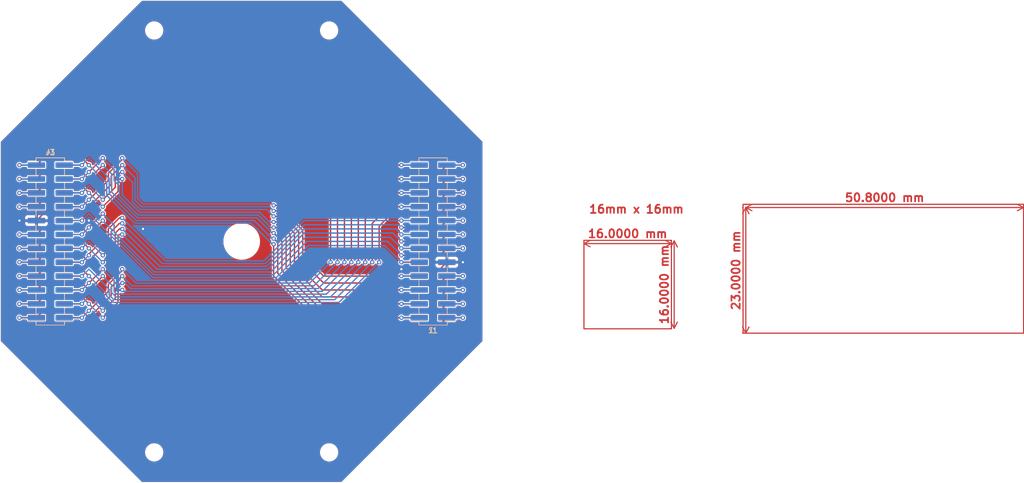
<source format=kicad_pcb>
(kicad_pcb (version 20211014) (generator pcbnew)
  (layers (0 "F.Cu" signal) (31 "B.Cu" signal) (34 "B.Paste" user) (35 "F.Paste" user) (36 "B.SilkS" user "B.Silkscreen") (37 "F.SilkS" user "F.Silkscreen") (38 "B.Mask" user) (39 "F.Mask" user) (44 "Edge.Cuts" user))
  (net 0 "")
  (net 1 "/VBAT")
  (net 2 "/B2B_GPIO_0")
  (net 3 "/9V")
  (net 4 "/B2B_GPIO_1")
  (net 5 "/5V")
  (net 6 "/B2B_GPIO_2")
  (net 7 "/3V3")
  (net 8 "/B2B_GPIO_3")
  (net 9 "/GND")
  (net 10 "/B2B_GPIO_4")
  (net 11 "/B2B_UART_RX")
  (net 12 "/B2B_GPIO_5")
  (net 13 "/B2B_UART_TX")
  (net 14 "/B2B_GPIO_6")
  (net 15 "/B2B_I2C_SDA")
  (net 16 "/B2B_GPIO_7")
  (net 17 "/B2B_I2C_SCL")
  (net 18 "/B2B_GPIO_8")
  (net 19 "/B2B_SPI_SCK")
  (net 20 "/B2B_GPIO_9")
  (net 21 "/B2B_SPI_MISO")
  (net 22 "/B2B_GPIO_10")
  (net 23 "/B2B_SPI_MOSI")
  (net 24 "/B2B_GPIO_11")
  (footprint "Connector_PinHeader_2.54mm:PinHeader_2x12_P2.54mm_Vertical_SMD" (layer "F.Cu") (at 156.9 96.5 180)
    (fp_text reference "J1")
    (fp_text value "Conn_02x12_Odd_Even")
  )
  (footprint "Connector_PinHeader_2.54mm:PinHeader_2x12_P2.54mm_Vertical_SMD" (layer "F.Cu") (at 86.9 96.5)
    (fp_text reference "J3")
    (fp_text value "Conn_02x12_Odd_Even")
  )
  (footprint "Connector_PinHeader_2.54mm:PinHeader_2x12_P2.54mm_Vertical_SMD" (layer "B.Cu") (at 156.9 96.5)
    (fp_text reference "J2")
    (fp_text value "Conn_02x12_Odd_Even")
  )
  (footprint "Connector_PinHeader_2.54mm:PinHeader_2x12_P2.54mm_Vertical_SMD" (layer "B.Cu") (at 86.9 96.5 180)
    (fp_text reference "J4")
    (fp_text value "Conn_02x12_Odd_Even")
  )
  (gr_rect (start 213.6 113.3) (end 264.9 89.7) (layer "F.Cu") (width 0.2) (fill none))
  (gr_rect (start 200.5 96.3) (end 184.5 112.5) (layer "F.Cu") (width 0.2) (fill none))
  (gr_line (start 103.607732 140.661442) (end 140.192268 140.661442) (layer "Edge.Cuts") (width 0.01))
  (gr_line (start 166.061442 78.207732) (end 140.192268 52.338558) (layer "Edge.Cuts") (width 0.01))
  (gr_line (start 140.192268 52.338558) (end 103.607732 52.338558) (layer "Edge.Cuts") (width 0.01))
  (gr_line (start 77.738558 78.207732) (end 77.738558 114.792268) (layer "Edge.Cuts") (width 0.01))
  (gr_line (start 103.607732 52.338558) (end 77.738558 78.207732) (layer "Edge.Cuts") (width 0.01))
  (gr_circle (center 137.896167 57.881836) (end 139.446167 57.881836) (layer "Edge.Cuts") (width 0.01) (fill none))
  (gr_line (start 77.738558 114.792268) (end 103.607732 140.661442) (layer "Edge.Cuts") (width 0.01))
  (gr_circle (center 105.903833 135.118164) (end 107.453833 135.118164) (layer "Edge.Cuts") (width 0.01) (fill none))
  (gr_line (start 140.192268 140.661442) (end 166.061442 114.792268) (layer "Edge.Cuts") (width 0.01))
  (gr_circle (center 105.903833 57.881836) (end 107.453833 57.881836) (layer "Edge.Cuts") (width 0.01) (fill none))
  (gr_circle (center 121.9 96.5) (end 125.125 96.5) (layer "Edge.Cuts") (width 0.01) (fill none))
  (gr_circle (center 137.896167 135.118164) (end 139.446167 135.118164) (layer "Edge.Cuts") (width 0.01) (fill none))
  (gr_line (start 166.061442 114.792268) (end 166.061442 78.207732) (layer "Edge.Cuts") (width 0.01))
  (gr_text "16mm x 16mm" (at 194.1 90.6) (layer "F.Cu") (effects (font (size 1.5 1.5) (thickness 0.3))))
  (dimension (type aligned) (layer "F.Cu") (pts (xy 201 112.4) (xy 201 96.4)) (height 0) (gr_text "16.0000 mm" (at 199.2 104.4 90) (layer "F.Cu") (effects (font (size 1.5 1.5) (thickness 0.3)))) (format (units 3) (units_format 1) (precision 4)) (style (thickness 0.2) (arrow_length 1.27) (text_position_mode 0) (extension_height 0.58642) (extension_offset 0.5) keep_text_aligned))
  (dimension (type aligned) (layer "F.Cu") (pts (xy 184.5 96.9) (xy 200.5 96.9)) (height 0) (gr_text "16.0000 mm" (at 192.5 95.1) (layer "F.Cu") (effects (font (size 1.5 1.5) (thickness 0.3)))) (format (units 3) (units_format 1) (precision 4)) (style (thickness 0.2) (arrow_length 1.27) (text_position_mode 0) (extension_height 0.58642) (extension_offset 0.5) keep_text_aligned))
  (dimension (type aligned) (layer "F.Cu") (pts (xy 214.1 90.3) (xy 264.9 90.3)) (height 0) (gr_text "50.8000 mm" (at 239.5 88.5) (layer "F.Cu") (effects (font (size 1.5 1.5) (thickness 0.3)))) (format (units 3) (units_format 1) (precision 4)) (style (thickness 0.2) (arrow_length 1.27) (text_position_mode 0) (extension_height 0.58642) (extension_offset 0.5) keep_text_aligned))
  (dimension (type aligned) (layer "F.Cu") (pts (xy 214.1 113.3) (xy 214.1 90.3)) (height 0) (gr_text "23.0000 mm" (at 212.3 101.8 90) (layer "F.Cu") (effects (font (size 1.5 1.5) (thickness 0.3)))) (format (units 3) (units_format 1) (precision 4)) (style (thickness 0.2) (arrow_length 1.27) (text_position_mode 0) (extension_height 0.58642) (extension_offset 0.5) keep_text_aligned))
  (segment (start 136.632 111.74) (end 151.11 111.74) (width 0.25) (layer "F.Cu") (net 1))
  (segment (start 81.26 82.53) (end 84.375 82.53) (width 0.25) (layer "F.Cu") (net 1))
  (segment (start 84.375 82.53) (end 85.645 81.26) (width 0.25) (layer "F.Cu") (net 1))
  (segment (start 85.645 81.26) (end 92.69 81.26) (width 0.25) (layer "F.Cu") (net 1))
  (segment (start 127.742 97.008) (end 127.742 102.85) (width 0.25) (layer "F.Cu") (net 1))
  (segment (start 158.155 111.74) (end 151.11 111.74) (width 0.25) (layer "F.Cu") (net 1))
  (segment (start 162.353 110.47) (end 159.238 110.47) (width 0.25) (layer "F.Cu") (net 1))
  (segment (start 159.425 110.47) (end 158.155 111.74) (width 0.25) (layer "F.Cu") (net 1))
  (segment (start 127.742 102.85) (end 136.632 111.74) (width 0.25) (layer "F.Cu") (net 1))
  (segment (start 92.69 81.26) (end 93.96 82.53) (width 0.25) (layer "F.Cu") (net 1))
  (via (at 93.96 82.53) (size 0.8) (drill 0.4) (layers "F.Cu" "B.Cu") (net 1))
  (via (at 127.742 97.008) (size 0.8) (drill 0.4) (layers "F.Cu" "B.Cu") (net 1))
  (via (at 162.353 110.47) (size 0.8) (drill 0.4) (layers "F.Cu" "B.Cu") (net 1))
  (via (at 81.26 82.53) (size 0.8) (drill 0.4) (layers "F.Cu" "B.Cu") (net 1))
  (segment (start 123.632517 93.152517) (end 102.296517 93.152517) (width 0.25) (layer "B.Cu") (net 1))
  (segment (start 102.296517 93.152517) (end 97.224511 88.080511) (width 0.25) (layer "B.Cu") (net 1))
  (segment (start 97.224511 88.080511) (end 97.224511 85.794511) (width 0.25) (layer "B.Cu") (net 1))
  (segment (start 97.224511 85.794511) (end 96.5 85.07) (width 0.25) (layer "B.Cu") (net 1))
  (segment (start 93.96 82.53) (end 96.5 85.07) (width 0.25) (layer "B.Cu") (net 1))
  (segment (start 159.238 110.47) (end 162.353 110.47) (width 0.25) (layer "B.Cu") (net 1))
  (segment (start 84.375 82.53) (end 81.26 82.53) (width 0.25) (layer "B.Cu") (net 1))
  (segment (start 127.742 97.008) (end 127.488 97.008) (width 0.25) (layer "B.Cu") (net 1))
  (segment (start 127.488 97.008) (end 123.632517 93.152517) (width 0.25) (layer "B.Cu") (net 1))
  (segment (start 127.746299 95.987701) (end 128.504 96.745402) (width 0.25) (layer "F.Cu") (net 2))
  (segment (start 154.375 110.47) (end 151.11 110.47) (width 0.25) (layer "F.Cu") (net 2))
  (segment (start 128.504 96.745402) (end 128.504 102.342) (width 0.25) (layer "F.Cu") (net 2))
  (segment (start 128.504 102.342) (end 136.632 110.47) (width 0.25) (layer "F.Cu") (net 2))
  (segment (start 89.425 82.53) (end 92.69 82.53) (width 0.25) (layer "F.Cu") (net 2))
  (segment (start 136.632 110.47) (end 151.11 110.47) (width 0.25) (layer "F.Cu") (net 2))
  (via (at 127.746299 95.987701) (size 0.8) (drill 0.4) (layers "F.Cu" "B.Cu") (net 2))
  (via (at 92.69 82.53) (size 0.8) (drill 0.4) (layers "F.Cu" "B.Cu") (net 2))
  (via (at 151.11 110.47) (size 0.8) (drill 0.4) (layers "F.Cu" "B.Cu") (net 2))
  (segment (start 96.5 83.8) (end 97.674031 84.974031) (width 0.25) (layer "B.Cu") (net 2))
  (segment (start 92.69 82.53) (end 89.425 82.53) (width 0.25) (layer "B.Cu") (net 2))
  (segment (start 97.674031 84.974031) (end 97.674031 87.768031) (width 0.25) (layer "B.Cu") (net 2))
  (segment (start 97.674031 87.768031) (end 102.596 92.69) (width 0.25) (layer "B.Cu") (net 2))
  (segment (start 124.186 92.69) (end 127.483701 95.987701) (width 0.25) (layer "B.Cu") (net 2))
  (segment (start 102.596 92.69) (end 124.186 92.69) (width 0.25) (layer "B.Cu") (net 2))
  (segment (start 127.483701 95.987701) (end 127.746299 95.987701) (width 0.25) (layer "B.Cu") (net 2))
  (segment (start 151.11 110.47) (end 154.375 110.47) (width 0.25) (layer "B.Cu") (net 2))
  (segment (start 93.96 81.26) (end 96.5 83.8) (width 0.25) (layer "B.Cu") (net 2))
  (segment (start 92.69 82.53) (end 93.96 81.26) (width 0.25) (layer "B.Cu") (net 2))
  (segment (start 85.645 83.8) (end 92.69 83.8) (width 0.25) (layer "F.Cu") (net 3))
  (segment (start 151.11 109.2) (end 136.632 109.2) (width 0.25) (layer "F.Cu") (net 3))
  (segment (start 84.375 85.07) (end 85.645 83.8) (width 0.25) (layer "F.Cu") (net 3))
  (segment (start 159.425 107.93) (end 158.155 109.2) (width 0.25) (layer "F.Cu") (net 3))
  (segment (start 129.266 96.482804) (end 127.750598 94.967402) (width 0.25) (layer "F.Cu") (net 3))
  (segment (start 159.238 107.93) (end 162.353 107.93) (width 0.25) (layer "F.Cu") (net 3))
  (segment (start 84.375 85.07) (end 81.26 85.07) (width 0.25) (layer "F.Cu") (net 3))
  (segment (start 129.266 101.834) (end 129.266 96.482804) (width 0.25) (layer "F.Cu") (net 3))
  (segment (start 158.155 109.2) (end 151.11 109.2) (width 0.25) (layer "F.Cu") (net 3))
  (segment (start 92.69 83.8) (end 93.96 85.07) (width 0.25) (layer "F.Cu") (net 3))
  (segment (start 136.632 109.2) (end 129.266 101.834) (width 0.25) (layer "F.Cu") (net 3))
  (segment (start 93.96 85.07) (end 96.5 82.53) (width 0.25) (layer "F.Cu") (net 3))
  (via (at 127.750598 94.967402) (size 0.8) (drill 0.4) (layers "F.Cu" "B.Cu") (net 3))
  (via (at 96.5 82.53) (size 0.8) (drill 0.4) (layers "F.Cu" "B.Cu") (net 3))
  (via (at 81.26 85.07) (size 0.8) (drill 0.4) (layers "F.Cu" "B.Cu") (net 3))
  (via (at 162.353 107.93) (size 0.8) (drill 0.4) (layers "F.Cu" "B.Cu") (net 3))
  (segment (start 81.26 85.07) (end 84.375 85.07) (width 0.25) (layer "B.Cu") (net 3))
  (segment (start 96.5 82.53) (end 98.123551 84.153551) (width 0.25) (layer "B.Cu") (net 3))
  (segment (start 162.353 107.93) (end 159.238 107.93) (width 0.25) (layer "B.Cu") (net 3))
  (segment (start 102.847128 92.182) (end 124.694 92.182) (width 0.25) (layer "B.Cu") (net 3))
  (segment (start 98.123551 84.153551) (end 98.123551 87.458423) (width 0.25) (layer "B.Cu") (net 3))
  (segment (start 98.123551 87.458423) (end 102.847128 92.182) (width 0.25) (layer "B.Cu") (net 3))
  (segment (start 127.479402 94.967402) (end 127.750598 94.967402) (width 0.25) (layer "B.Cu") (net 3))
  (segment (start 124.694 92.182) (end 127.479402 94.967402) (width 0.25) (layer "B.Cu") (net 3))
  (segment (start 151.11 107.93) (end 154.375 107.93) (width 0.25) (layer "F.Cu") (net 4))
  (segment (start 130.028 101.326) (end 136.632 107.93) (width 0.25) (layer "F.Cu") (net 4))
  (segment (start 93.96 83.8) (end 96.5 81.26) (width 0.25) (layer "F.Cu") (net 4))
  (segment (start 136.632 107.93) (end 151.11 107.93) (width 0.25) (layer "F.Cu") (net 4))
  (segment (start 92.69 85.07) (end 89.425 85.07) (width 0.25) (layer "F.Cu") (net 4))
  (segment (start 128.245701 93.955701) (end 130.028 95.738) (width 0.25) (layer "F.Cu") (net 4))
  (segment (start 130.028 95.738) (end 130.028 101.326) (width 0.25) (layer "F.Cu") (net 4))
  (segment (start 127.746299 93.955701) (end 128.245701 93.955701) (width 0.25) (layer "F.Cu") (net 4))
  (via (at 151.11 107.93) (size 0.8) (drill 0.4) (layers "F.Cu" "B.Cu") (net 4))
  (via (at 127.746299 93.955701) (size 0.8) (drill 0.4) (layers "F.Cu" "B.Cu") (net 4))
  (via (at 96.5 81.26) (size 0.8) (drill 0.4) (layers "F.Cu" "B.Cu") (net 4))
  (via (at 93.96 83.8) (size 0.8) (drill 0.4) (layers "F.Cu" "B.Cu") (net 4))
  (via (at 92.69 85.07) (size 0.8) (drill 0.4) (layers "F.Cu" "B.Cu") (net 4))
  (segment (start 102.974846 91.674) (end 99.548 88.247154) (width 0.25) (layer "B.Cu") (net 4))
  (segment (start 99.548 86.34) (end 98.573071 85.365071) (width 0.25) (layer "B.Cu") (net 4))
  (segment (start 89.425 85.07) (end 92.69 85.07) (width 0.25) (layer "B.Cu") (net 4))
  (segment (start 127.229701 93.955701) (end 124.948 91.674) (width 0.25) (layer "B.Cu") (net 4))
  (segment (start 154.375 107.93) (end 151.11 107.93) (width 0.25) (layer "B.Cu") (net 4))
  (segment (start 99.548 88.247154) (end 99.548 86.34) (width 0.25) (layer "B.Cu") (net 4))
  (segment (start 92.69 85.07) (end 93.96 83.8) (width 0.25) (layer "B.Cu") (net 4))
  (segment (start 98.573071 83.333071) (end 96.5 81.26) (width 0.25) (layer "B.Cu") (net 4))
  (segment (start 127.746299 93.955701) (end 127.229701 93.955701) (width 0.25) (layer "B.Cu") (net 4))
  (segment (start 98.573071 85.365071) (end 98.573071 83.333071) (width 0.25) (layer "B.Cu") (net 4))
  (segment (start 124.948 91.674) (end 102.974846 91.674) (width 0.25) (layer "B.Cu") (net 4))
  (segment (start 130.79 100.818) (end 130.79 95.23) (width 0.25) (layer "F.Cu") (net 5))
  (segment (start 162.353 105.39) (end 159.238 105.39) (width 0.25) (layer "F.Cu") (net 5))
  (segment (start 158.155 106.66) (end 151.11 106.66) (width 0.25) (layer "F.Cu") (net 5))
  (segment (start 159.425 105.39) (end 158.155 106.66) (width 0.25) (layer "F.Cu") (net 5))
  (segment (start 99.294 87.356) (end 99.294 85.324) (width 0.25) (layer "F.Cu") (net 5))
  (segment (start 92.69 86.34) (end 93.96 87.61) (width 0.25) (layer "F.Cu") (net 5))
  (segment (start 128.504 92.944) (end 127.742 92.944) (width 0.25) (layer "F.Cu") (net 5))
  (segment (start 136.632 106.66) (end 130.79 100.818) (width 0.25) (layer "F.Cu") (net 5))
  (segment (start 96.5 90.15) (end 99.294 87.356) (width 0.25) (layer "F.Cu") (net 5))
  (segment (start 151.11 106.66) (end 136.632 106.66) (width 0.25) (layer "F.Cu") (net 5))
  (segment (start 130.79 95.23) (end 128.504 92.944) (width 0.25) (layer "F.Cu") (net 5))
  (segment (start 84.375 87.61) (end 85.645 86.34) (width 0.25) (layer "F.Cu") (net 5))
  (segment (start 99.548 85.07) (end 100.056 85.07) (width 0.25) (layer "F.Cu") (net 5))
  (segment (start 85.645 86.34) (end 92.69 86.34) (width 0.25) (layer "F.Cu") (net 5))
  (segment (start 81.26 87.61) (end 84.375 87.61) (width 0.25) (layer "F.Cu") (net 5))
  (segment (start 99.294 85.324) (end 99.548 85.07) (width 0.25) (layer "F.Cu") (net 5))
  (via (at 127.742 92.944) (size 0.8) (drill 0.4) (layers "F.Cu" "B.Cu") (net 5))
  (via (at 100.056 85.07) (size 0.8) (drill 0.4) (layers "F.Cu" "B.Cu") (net 5))
  (via (at 93.96 87.61) (size 0.8) (drill 0.4) (layers "F.Cu" "B.Cu") (net 5))
  (via (at 162.353 105.39) (size 0.8) (drill 0.4) (layers "F.Cu" "B.Cu") (net 5))
  (via (at 81.26 87.61) (size 0.8) (drill 0.4) (layers "F.Cu" "B.Cu") (net 5))
  (via (at 96.5 90.15) (size 0.8) (drill 0.4) (layers "F.Cu" "B.Cu") (net 5))
  (segment (start 126.98 92.944) (end 127.742 92.944) (width 0.25) (layer "B.Cu") (net 5))
  (segment (start 125.202 91.166) (end 126.98 92.944) (width 0.25) (layer "B.Cu") (net 5))
  (segment (start 100.056 85.07) (end 100.056 87.991717) (width 0.25) (layer "B.Cu") (net 5))
  (segment (start 93.96 87.61) (end 96.5 90.15) (width 0.25) (layer "B.Cu") (net 5))
  (segment (start 84.375 87.61) (end 81.26 87.61) (width 0.25) (layer "B.Cu") (net 5))
  (segment (start 159.238 105.39) (end 162.353 105.39) (width 0.25) (layer "B.Cu") (net 5))
  (segment (start 100.056 87.991717) (end 103.230283 91.166) (width 0.25) (layer "B.Cu") (net 5))
  (segment (start 103.230283 91.166) (end 125.202 91.166) (width 0.25) (layer "B.Cu") (net 5))
  (segment (start 89.425 87.61) (end 92.69 87.61) (width 0.25) (layer "F.Cu") (net 6))
  (segment (start 99.802 83.8) (end 100.064598 83.8) (width 0.25) (layer "F.Cu") (net 6))
  (segment (start 96.5 88.88) (end 98.786 86.594) (width 0.25) (layer "F.Cu") (net 6))
  (segment (start 128.487439 91.911439) (end 131.552 94.976) (width 0.25) (layer "F.Cu") (net 6))
  (segment (start 127.739321 91.911439) (end 128.487439 91.911439) (width 0.25) (layer "F.Cu") (net 6))
  (segment (start 98.786 86.594) (end 98.786 84.816) (width 0.25) (layer "F.Cu") (net 6))
  (segment (start 136.632 105.39) (end 151.11 105.39) (width 0.25) (layer "F.Cu") (net 6))
  (segment (start 131.552 94.976) (end 131.552 100.31) (width 0.25) (layer "F.Cu") (net 6))
  (segment (start 131.552 100.31) (end 136.632 105.39) (width 0.25) (layer "F.Cu") (net 6))
  (segment (start 98.786 84.816) (end 99.802 83.8) (width 0.25) (layer "F.Cu") (net 6))
  (segment (start 154.375 105.39) (end 151.11 105.39) (width 0.25) (layer "F.Cu") (net 6))
  (via (at 100.064598 83.8) (size 0.8) (drill 0.4) (layers "F.Cu" "B.Cu") (net 6))
  (via (at 92.69 87.61) (size 0.8) (drill 0.4) (layers "F.Cu" "B.Cu") (net 6))
  (via (at 127.739321 91.911439) (size 0.8) (drill 0.4) (layers "F.Cu" "B.Cu") (net 6))
  (via (at 96.5 88.88) (size 0.8) (drill 0.4) (layers "F.Cu" "B.Cu") (net 6))
  (via (at 151.11 105.39) (size 0.8) (drill 0.4) (layers "F.Cu" "B.Cu") (net 6))
  (segment (start 101.95096 85.686362) (end 100.064598 83.8) (width 0.25) (layer "B.Cu") (net 6))
  (segment (start 93.96 86.34) (end 96.5 88.88) (width 0.25) (layer "B.Cu") (net 6))
  (segment (start 101.95096 89.25096) (end 101.95096 85.686362) (width 0.25) (layer "B.Cu") (net 6))
  (segment (start 127.739321 91.911439) (end 127.464393 91.636511) (width 0.25) (layer "B.Cu") (net 6))
  (segment (start 126.485882 90.658) (end 103.358 90.658) (width 0.25) (layer "B.Cu") (net 6))
  (segment (start 127.026087 91.212103) (end 127.026087 91.198205) (width 0.25) (layer "B.Cu") (net 6))
  (segment (start 127.464393 91.636511) (end 127.450495 91.636511) (width 0.25) (layer "B.Cu") (net 6))
  (segment (start 127.450495 91.636511) (end 127.026087 91.212103) (width 0.25) (layer "B.Cu") (net 6))
  (segment (start 92.69 87.61) (end 93.96 86.34) (width 0.25) (layer "B.Cu") (net 6))
  (segment (start 103.358 90.658) (end 101.95096 89.25096) (width 0.25) (layer "B.Cu") (net 6))
  (segment (start 92.69 87.61) (end 89.425 87.61) (width 0.25) (layer "B.Cu") (net 6))
  (segment (start 151.11 105.39) (end 154.375 105.39) (width 0.25) (layer "B.Cu") (net 6))
  (segment (start 127.026087 91.198205) (end 126.485882 90.658) (width 0.25) (layer "B.Cu") (net 6))
  (segment (start 159.238 102.85) (end 162.353 102.85) (width 0.25) (layer "F.Cu") (net 7))
  (segment (start 128.504 90.912) (end 127.750598 90.912) (width 0.25) (layer "F.Cu") (net 7))
  (segment (start 158.155 104.12) (end 151.11 104.12) (width 0.25) (layer "F.Cu") (net 7))
  (segment (start 151.11 104.12) (end 136.886 104.12) (width 0.25) (layer "F.Cu") (net 7))
  (segment (start 98.024 84.562) (end 100.051701 82.534299) (width 0.25) (layer "F.Cu") (net 7))
  (segment (start 84.375 90.15) (end 85.645 88.88) (width 0.25) (layer "F.Cu") (net 7))
  (segment (start 84.375 90.15) (end 81.26 90.15) (width 0.25) (layer "F.Cu") (net 7))
  (segment (start 93.96 90.15) (end 96.5 87.61) (width 0.25) (layer "F.Cu") (net 7))
  (segment (start 96.5 87.61) (end 98.024 86.086) (width 0.25) (layer "F.Cu") (net 7))
  (segment (start 132.314 99.548) (end 132.314 94.722) (width 0.25) (layer "F.Cu") (net 7))
  (segment (start 92.69 88.88) (end 93.96 90.15) (width 0.25) (layer "F.Cu") (net 7))
  (segment (start 98.024 86.086) (end 98.024 84.562) (width 0.25) (layer "F.Cu") (net 7))
  (segment (start 136.886 104.12) (end 132.314 99.548) (width 0.25) (layer "F.Cu") (net 7))
  (segment (start 159.425 102.85) (end 158.155 104.12) (width 0.25) (layer "F.Cu") (net 7))
  (segment (start 100.051701 82.534299) (end 100.060299 82.534299) (width 0.25) (layer "F.Cu") (net 7))
  (segment (start 85.645 88.88) (end 92.69 88.88) (width 0.25) (layer "F.Cu") (net 7))
  (segment (start 132.314 94.722) (end 128.504 90.912) (width 0.25) (layer "F.Cu") (net 7))
  (via (at 100.060299 82.534299) (size 0.8) (drill 0.4) (layers "F.Cu" "B.Cu") (net 7))
  (via (at 162.353 102.85) (size 0.8) (drill 0.4) (layers "F.Cu" "B.Cu") (net 7))
  (via (at 127.750598 90.912) (size 0.8) (drill 0.4) (layers "F.Cu" "B.Cu") (net 7))
  (via (at 81.26 90.15) (size 0.8) (drill 0.4) (layers "F.Cu" "B.Cu") (net 7))
  (segment (start 162.353 102.85) (end 159.238 102.85) (width 0.25) (layer "B.Cu") (net 7))
  (segment (start 102.40048 88.93848) (end 102.40048 84.87448) (width 0.25) (layer "B.Cu") (net 7))
  (segment (start 103.612 90.15) (end 102.40048 88.93848) (width 0.25) (layer "B.Cu") (net 7))
  (segment (start 127.746283 90.912) (end 126.984283 90.15) (width 0.25) (layer "B.Cu") (net 7))
  (segment (start 126.984283 90.15) (end 103.612 90.15) (width 0.25) (layer "B.Cu") (net 7))
  (segment (start 81.26 90.15) (end 84.375 90.15) (width 0.25) (layer "B.Cu") (net 7))
  (segment (start 127.750598 90.912) (end 127.746283 90.912) (width 0.25) (layer "B.Cu") (net 7))
  (segment (start 102.40048 84.87448) (end 100.060299 82.534299) (width 0.25) (layer "B.Cu") (net 7))
  (segment (start 97.516 84.054) (end 100.056 81.514) (width 0.25) (layer "F.Cu") (net 8))
  (segment (start 92.69 90.15) (end 89.425 90.15) (width 0.25) (layer "F.Cu") (net 8))
  (segment (start 133.076 94.468) (end 133.076 99.04) (width 0.25) (layer "F.Cu") (net 8))
  (segment (start 96.5 86.34) (end 97.516 85.324) (width 0.25) (layer "F.Cu") (net 8))
  (segment (start 127.754897 89.896) (end 128.504 89.896) (width 0.25) (layer "F.Cu") (net 8))
  (segment (start 128.504 89.896) (end 133.076 94.468) (width 0.25) (layer "F.Cu") (net 8))
  (segment (start 100.056 81.514) (end 100.056 81.26) (width 0.25) (layer "F.Cu") (net 8))
  (segment (start 97.516 85.324) (end 97.516 84.054) (width 0.25) (layer "F.Cu") (net 8))
  (segment (start 133.076 99.04) (end 136.886 102.85) (width 0.25) (layer "F.Cu") (net 8))
  (segment (start 151.11 102.85) (end 154.375 102.85) (width 0.25) (layer "F.Cu") (net 8))
  (segment (start 93.96 88.88) (end 96.5 86.34) (width 0.25) (layer "F.Cu") (net 8))
  (segment (start 136.886 102.85) (end 151.11 102.85) (width 0.25) (layer "F.Cu") (net 8))
  (via (at 93.96 88.88) (size 0.8) (drill 0.4) (layers "F.Cu" "B.Cu") (net 8))
  (via (at 92.69 90.15) (size 0.8) (drill 0.4) (layers "F.Cu" "B.Cu") (net 8))
  (via (at 127.754897 89.896) (size 0.8) (drill 0.4) (layers "F.Cu" "B.Cu") (net 8))
  (via (at 151.11 102.85) (size 0.8) (drill 0.4) (layers "F.Cu" "B.Cu") (net 8))
  (via (at 100.056 81.26) (size 0.8) (drill 0.4) (layers "F.Cu" "B.Cu") (net 8))
  (segment (start 92.69 90.15) (end 93.96 88.88) (width 0.25) (layer "B.Cu") (net 8))
  (segment (start 154.375 102.85) (end 151.11 102.85) (width 0.25) (layer "B.Cu") (net 8))
  (segment (start 103.866 89.642) (end 102.85 88.626) (width 0.25) (layer "B.Cu") (net 8))
  (segment (start 127.754897 89.896) (end 127.500897 89.642) (width 0.25) (layer "B.Cu") (net 8))
  (segment (start 89.425 90.15) (end 92.69 90.15) (width 0.25) (layer "B.Cu") (net 8))
  (segment (start 102.85 84.054) (end 100.056 81.26) (width 0.25) (layer "B.Cu") (net 8))
  (segment (start 127.500897 89.642) (end 103.866 89.642) (width 0.25) (layer "B.Cu") (net 8))
  (segment (start 102.85 88.626) (end 102.85 84.054) (width 0.25) (layer "B.Cu") (net 8))
  (segment (start 159.425 100.31) (end 158.155 101.58) (width 0.25) (layer "F.Cu") (net 9))
  (segment (start 162.353 100.31) (end 159.238 100.31) (width 0.25) (layer "F.Cu") (net 9))
  (segment (start 84.375 92.69) (end 85.645 91.42) (width 0.25) (layer "F.Cu") (net 9))
  (segment (start 85.645 91.42) (end 92.69 91.42) (width 0.25) (layer "F.Cu") (net 9))
  (segment (start 158.155 101.58) (end 151.11 101.58) (width 0.25) (layer "F.Cu") (net 9))
  (segment (start 81.26 92.69) (end 84.375 92.69) (width 0.25) (layer "F.Cu") (net 9))
  (segment (start 92.69 91.42) (end 93.96 92.69) (width 0.25) (layer "F.Cu") (net 9))
  (via (at 103.866 94.214) (size 0.8) (drill 0.4) (layers "F.Cu" "B.Cu") (net 9))
  (via (at 93.96 92.69) (size 0.8) (drill 0.4) (layers "F.Cu" "B.Cu") (net 9))
  (via (at 81.26 92.69) (size 0.8) (drill 0.4) (layers "F.Cu" "B.Cu") (net 9))
  (via (at 162.353 100.31) (size 0.8) (drill 0.4) (layers "F.Cu" "B.Cu") (net 9))
  (via (at 151.11 101.58) (size 0.8) (drill 0.4) (layers "F.Cu" "B.Cu") (net 9))
  (segment (start 129.012 103.612) (end 134.6 98.024) (width 0.25) (layer "B.Cu") (net 9))
  (segment (start 96.5 95.23) (end 97.224511 95.954511) (width 0.25) (layer "B.Cu") (net 9))
  (segment (start 147.554 98.024) (end 151.11 101.58) (width 0.25) (layer "B.Cu") (net 9))
  (segment (start 134.6 98.024) (end 147.554 98.024) (width 0.25) (layer "B.Cu") (net 9))
  (segment (start 93.96 92.69) (end 96.5 95.23) (width 0.25) (layer "B.Cu") (net 9))
  (segment (start 105.39 103.612) (end 129.012 103.612) (width 0.25) (layer "B.Cu") (net 9))
  (segment (start 159.238 100.31) (end 162.353 100.31) (width 0.25) (layer "B.Cu") (net 9))
  (segment (start 84.375 92.69) (end 81.26 92.69) (width 0.25) (layer "B.Cu") (net 9))
  (segment (start 97.224511 95.954511) (end 97.732511 95.954511) (width 0.25) (layer "B.Cu") (net 9))
  (segment (start 97.732511 95.954511) (end 105.39 103.612) (width 0.25) (layer "B.Cu") (net 9))
  (segment (start 154.375 100.31) (end 151.11 100.31) (width 0.25) (layer "F.Cu") (net 10))
  (segment (start 89.425 92.69) (end 92.69 92.69) (width 0.25) (layer "F.Cu") (net 10))
  (via (at 151.11 100.31) (size 0.8) (drill 0.4) (layers "F.Cu" "B.Cu") (net 10))
  (via (at 92.69 92.69) (size 0.8) (drill 0.4) (layers "F.Cu" "B.Cu") (net 10))
  (segment (start 151.11 100.31) (end 154.375 100.31) (width 0.25) (layer "B.Cu") (net 10))
  (segment (start 97.674031 95.14408) (end 105.633951 103.104) (width 0.25) (layer "B.Cu") (net 10))
  (segment (start 128.25 103.104) (end 134.092 97.262) (width 0.25) (layer "B.Cu") (net 10))
  (segment (start 92.69 92.69) (end 93.96 91.42) (width 0.25) (layer "B.Cu") (net 10))
  (segment (start 92.69 92.69) (end 89.425 92.69) (width 0.25) (layer "B.Cu") (net 10))
  (segment (start 134.092 97.262) (end 148.062 97.262) (width 0.25) (layer "B.Cu") (net 10))
  (segment (start 93.96 91.42) (end 96.5 93.96) (width 0.25) (layer "B.Cu") (net 10))
  (segment (start 105.633951 103.104) (end 128.25 103.104) (width 0.25) (layer "B.Cu") (net 10))
  (segment (start 96.5 93.96) (end 97.674031 95.134031) (width 0.25) (layer "B.Cu") (net 10))
  (segment (start 97.674031 95.134031) (end 97.674031 95.14408) (width 0.25) (layer "B.Cu") (net 10))
  (segment (start 148.062 97.262) (end 151.11 100.31) (width 0.25) (layer "B.Cu") (net 10))
  (segment (start 93.96 95.23) (end 96.5 92.69) (width 0.25) (layer "F.Cu") (net 11))
  (segment (start 92.69 93.96) (end 93.96 95.23) (width 0.25) (layer "F.Cu") (net 11))
  (segment (start 159.238 97.77) (end 162.353 97.77) (width 0.25) (layer "F.Cu") (net 11))
  (segment (start 84.375 95.23) (end 81.26 95.23) (width 0.25) (layer "F.Cu") (net 11))
  (segment (start 159.425 97.77) (end 158.155 99.04) (width 0.25) (layer "F.Cu") (net 11))
  (segment (start 84.375 95.23) (end 85.645 93.96) (width 0.25) (layer "F.Cu") (net 11))
  (segment (start 85.645 93.96) (end 92.69 93.96) (width 0.25) (layer "F.Cu") (net 11))
  (segment (start 158.155 99.04) (end 151.11 99.04) (width 0.25) (layer "F.Cu") (net 11))
  (via (at 162.353 97.77) (size 0.8) (drill 0.4) (layers "F.Cu" "B.Cu") (net 11))
  (via (at 151.11 99.04) (size 0.8) (drill 0.4) (layers "F.Cu" "B.Cu") (net 11))
  (via (at 96.5 92.69) (size 0.8) (drill 0.4) (layers "F.Cu" "B.Cu") (net 11))
  (via (at 81.26 95.23) (size 0.8) (drill 0.4) (layers "F.Cu" "B.Cu") (net 11))
  (segment (start 133.838 96.5) (end 148.57 96.5) (width 0.25) (layer "B.Cu") (net 11))
  (segment (start 105.761669 102.596) (end 127.742 102.596) (width 0.25) (layer "B.Cu") (net 11))
  (segment (start 98.123551 94.957882) (end 105.761669 102.596) (width 0.25) (layer "B.Cu") (net 11))
  (segment (start 148.57 96.5) (end 151.11 99.04) (width 0.25) (layer "B.Cu") (net 11))
  (segment (start 81.26 95.23) (end 84.375 95.23) (width 0.25) (layer "B.Cu") (net 11))
  (segment (start 98.123551 94.313551) (end 98.123551 94.957882) (width 0.25) (layer "B.Cu") (net 11))
  (segment (start 162.353 97.77) (end 159.238 97.77) (width 0.25) (layer "B.Cu") (net 11))
  (segment (start 96.5 92.69) (end 98.123551 94.313551) (width 0.25) (layer "B.Cu") (net 11))
  (segment (start 127.742 102.596) (end 133.838 96.5) (width 0.25) (layer "B.Cu") (net 11))
  (segment (start 151.11 97.77) (end 154.375 97.77) (width 0.25) (layer "F.Cu") (net 12))
  (segment (start 92.69 95.23) (end 89.425 95.23) (width 0.25) (layer "F.Cu") (net 12))
  (segment (start 93.96 93.96) (end 96.5 91.42) (width 0.25) (layer "F.Cu") (net 12))
  (via (at 96.5 91.42) (size 0.8) (drill 0.4) (layers "F.Cu" "B.Cu") (net 12))
  (via (at 92.69 95.23) (size 0.8) (drill 0.4) (layers "F.Cu" "B.Cu") (net 12))
  (via (at 151.11 97.77) (size 0.8) (drill 0.4) (layers "F.Cu" "B.Cu") (net 12))
  (via (at 93.96 93.96) (size 0.8) (drill 0.4) (layers "F.Cu" "B.Cu") (net 12))
  (segment (start 98.573071 94.771685) (end 100.301386 96.5) (width 0.25) (layer "B.Cu") (net 12))
  (segment (start 127.234 102.088) (end 133.584 95.738) (width 0.25) (layer "B.Cu") (net 12))
  (segment (start 100.301386 96.5) (end 100.31 96.5) (width 0.25) (layer "B.Cu") (net 12))
  (segment (start 100.31 96.5) (end 105.898 102.088) (width 0.25) (layer "B.Cu") (net 12))
  (segment (start 133.584 95.738) (end 149.078 95.738) (width 0.25) (layer "B.Cu") (net 12))
  (segment (start 149.078 95.738) (end 151.11 97.77) (width 0.25) (layer "B.Cu") (net 12))
  (segment (start 89.425 95.23) (end 92.69 95.23) (width 0.25) (layer "B.Cu") (net 12))
  (segment (start 154.375 97.77) (end 151.11 97.77) (width 0.25) (layer "B.Cu") (net 12))
  (segment (start 96.5 91.42) (end 98.573071 93.493071) (width 0.25) (layer "B.Cu") (net 12))
  (segment (start 105.898 102.088) (end 127.234 102.088) (width 0.25) (layer "B.Cu") (net 12))
  (segment (start 92.69 95.23) (end 93.96 93.96) (width 0.25) (layer "B.Cu") (net 12))
  (segment (start 98.573071 93.493071) (end 98.573071 94.771685) (width 0.25) (layer "B.Cu") (net 12))
  (segment (start 81.26 97.77) (end 84.375 97.77) (width 0.25) (layer "F.Cu") (net 13))
  (segment (start 84.375 97.77) (end 85.645 96.5) (width 0.25) (layer "F.Cu") (net 13))
  (segment (start 99.294 97.516) (end 99.294 95.484) (width 0.25) (layer "F.Cu") (net 13))
  (segment (start 85.645 96.5) (end 92.69 96.5) (width 0.25) (layer "F.Cu") (net 13))
  (segment (start 96.5 100.31) (end 99.294 97.516) (width 0.25) (layer "F.Cu") (net 13))
  (segment (start 99.548 95.23) (end 100.056 95.23) (width 0.25) (layer "F.Cu") (net 13))
  (segment (start 158.155 96.5) (end 151.11 96.5) (width 0.25) (layer "F.Cu") (net 13))
  (segment (start 162.353 95.23) (end 159.238 95.23) (width 0.25) (layer "F.Cu") (net 13))
  (segment (start 92.69 96.5) (end 93.96 97.77) (width 0.25) (layer "F.Cu") (net 13))
  (segment (start 99.294 95.484) (end 99.548 95.23) (width 0.25) (layer "F.Cu") (net 13))
  (segment (start 159.425 95.23) (end 158.155 96.5) (width 0.25) (layer "F.Cu") (net 13))
  (via (at 81.26 97.77) (size 0.8) (drill 0.4) (layers "F.Cu" "B.Cu") (net 13))
  (via (at 96.5 100.31) (size 0.8) (drill 0.4) (layers "F.Cu" "B.Cu") (net 13))
  (via (at 151.11 96.5) (size 0.8) (drill 0.4) (layers "F.Cu" "B.Cu") (net 13))
  (via (at 162.353 95.23) (size 0.8) (drill 0.4) (layers "F.Cu" "B.Cu") (net 13))
  (via (at 100.056 95.23) (size 0.8) (drill 0.4) (layers "F.Cu" "B.Cu") (net 13))
  (via (at 93.96 97.77) (size 0.8) (drill 0.4) (layers "F.Cu" "B.Cu") (net 13))
  (segment (start 100.056 95.23) (end 106.406 101.58) (width 0.25) (layer "B.Cu") (net 13))
  (segment (start 106.406 101.58) (end 126.726 101.58) (width 0.25) (layer "B.Cu") (net 13))
  (segment (start 84.375 97.77) (end 81.26 97.77) (width 0.25) (layer "B.Cu") (net 13))
  (segment (start 126.726 101.58) (end 133.33 94.976) (width 0.25) (layer "B.Cu") (net 13))
  (segment (start 133.33 94.976) (end 149.586 94.976) (width 0.25) (layer "B.Cu") (net 13))
  (segment (start 159.238 95.23) (end 162.353 95.23) (width 0.25) (layer "B.Cu") (net 13))
  (segment (start 93.96 97.77) (end 96.5 100.31) (width 0.25) (layer "B.Cu") (net 13))
  (segment (start 149.586 94.976) (end 151.11 96.5) (width 0.25) (layer "B.Cu") (net 13))
  (segment (start 100.067277 94.230561) (end 99.531439 94.230561) (width 0.25) (layer "F.Cu") (net 14))
  (segment (start 98.786 96.754) (end 96.5 99.04) (width 0.25) (layer "F.Cu") (net 14))
  (segment (start 89.425 97.77) (end 92.69 97.77) (width 0.25) (layer "F.Cu") (net 14))
  (segment (start 154.375 95.23) (end 151.11 95.23) (width 0.25) (layer "F.Cu") (net 14))
  (segment (start 98.786 94.976) (end 98.786 96.754) (width 0.25) (layer "F.Cu") (net 14))
  (segment (start 99.531439 94.230561) (end 98.786 94.976) (width 0.25) (layer "F.Cu") (net 14))
  (via (at 92.69 97.77) (size 0.8) (drill 0.4) (layers "F.Cu" "B.Cu") (net 14))
  (via (at 96.5 99.04) (size 0.8) (drill 0.4) (layers "F.Cu" "B.Cu") (net 14))
  (via (at 100.067277 94.230561) (size 0.8) (drill 0.4) (layers "F.Cu" "B.Cu") (net 14))
  (via (at 151.11 95.23) (size 0.8) (drill 0.4) (layers "F.Cu" "B.Cu") (net 14))
  (segment (start 92.69 97.77) (end 89.425 97.77) (width 0.25) (layer "B.Cu") (net 14))
  (segment (start 150.094 94.214) (end 151.11 95.23) (width 0.25) (layer "B.Cu") (net 14))
  (segment (start 151.11 95.23) (end 154.375 95.23) (width 0.25) (layer "B.Cu") (net 14))
  (segment (start 96.5 99.04) (end 93.96 96.5) (width 0.25) (layer "B.Cu") (net 14))
  (segment (start 100.067277 94.230561) (end 100.081175 94.230561) (width 0.25) (layer "B.Cu") (net 14))
  (segment (start 92.69 97.77) (end 93.96 96.5) (width 0.25) (layer "B.Cu") (net 14))
  (segment (start 126.472 101.072) (end 133.33 94.214) (width 0.25) (layer "B.Cu") (net 14))
  (segment (start 100.081175 94.230561) (end 106.922614 101.072) (width 0.25) (layer "B.Cu") (net 14))
  (segment (start 106.922614 101.072) (end 126.472 101.072) (width 0.25) (layer "B.Cu") (net 14))
  (segment (start 133.33 94.214) (end 150.094 94.214) (width 0.25) (layer "B.Cu") (net 14))
  (segment (start 159.238 92.69) (end 162.353 92.69) (width 0.25) (layer "F.Cu") (net 15))
  (segment (start 94.251489 99.764511) (end 94.260103 99.764511) (width 0.25) (layer "F.Cu") (net 15))
  (segment (start 98.024 94.722) (end 98.024 96.246) (width 0.25) (layer "F.Cu") (net 15))
  (segment (start 98.024 96.246) (end 96.5 97.77) (width 0.25) (layer "F.Cu") (net 15))
  (segment (start 84.375 100.31) (end 85.645 99.04) (width 0.25) (layer "F.Cu") (net 15))
  (segment (start 84.375 100.31) (end 81.26 100.31) (width 0.25) (layer "F.Cu") (net 15))
  (segment (start 85.645 99.04) (end 92.69 99.04) (width 0.25) (layer "F.Cu") (net 15))
  (segment (start 159.425 92.69) (end 158.155 93.96) (width 0.25) (layer "F.Cu") (net 15))
  (segment (start 93.706 100.056) (end 93.96 100.056) (width 0.25) (layer "F.Cu") (net 15))
  (segment (start 92.69 99.04) (end 93.706 100.056) (width 0.25) (layer "F.Cu") (net 15))
  (segment (start 99.548 93.198) (end 98.024 94.722) (width 0.25) (layer "F.Cu") (net 15))
  (segment (start 158.155 93.96) (end 151.11 93.96) (width 0.25) (layer "F.Cu") (net 15))
  (segment (start 94.260103 99.764511) (end 96.258913 97.765701) (width 0.25) (layer "F.Cu") (net 15))
  (segment (start 93.96 100.056) (end 94.251489 99.764511) (width 0.25) (layer "F.Cu") (net 15))
  (segment (start 96.258913 97.765701) (end 96.504299 97.765701) (width 0.25) (layer "F.Cu") (net 15))
  (segment (start 100.056 93.198) (end 99.548 93.198) (width 0.25) (layer "F.Cu") (net 15))
  (via (at 162.353 92.69) (size 0.8) (drill 0.4) (layers "F.Cu" "B.Cu") (net 15))
  (via (at 151.11 93.96) (size 0.8) (drill 0.4) (layers "F.Cu" "B.Cu") (net 15))
  (via (at 81.26 100.31) (size 0.8) (drill 0.4) (layers "F.Cu" "B.Cu") (net 15))
  (via (at 100.056 93.198) (size 0.8) (drill 0.4) (layers "F.Cu" "B.Cu") (net 15))
  (segment (start 100.056 93.198) (end 100.05933 93.198) (width 0.25) (layer "B.Cu") (net 15))
  (segment (start 150.602 93.452) (end 151.11 93.96) (width 0.25) (layer "B.Cu") (net 15))
  (segment (start 107.42533 100.564) (end 126.218 100.564) (width 0.25) (layer "B.Cu") (net 15))
  (segment (start 81.26 100.31) (end 84.375 100.31) (width 0.25) (layer "B.Cu") (net 15))
  (segment (start 100.05933 93.198) (end 107.42533 100.564) (width 0.25) (layer "B.Cu") (net 15))
  (segment (start 162.353 92.69) (end 159.238 92.69) (width 0.25) (layer "B.Cu") (net 15))
  (segment (start 126.218 100.564) (end 133.33 93.452) (width 0.25) (layer "B.Cu") (net 15))
  (segment (start 133.33 93.452) (end 150.602 93.452) (width 0.25) (layer "B.Cu") (net 15))
  (segment (start 96.254614 96.5) (end 96.5 96.5) (width 0.25) (layer "F.Cu") (net 16))
  (segment (start 93.96 98.786) (end 94.251489 98.494511) (width 0.25) (layer "F.Cu") (net 16))
  (segment (start 151.11 92.69) (end 154.375 92.69) (width 0.25) (layer "F.Cu") (net 16))
  (segment (start 99.531503 92.198497) (end 97.516 94.214) (width 0.25) (layer "F.Cu") (net 16))
  (segment (start 97.516 94.214) (end 97.516 95.484) (width 0.25) (layer "F.Cu") (net 16))
  (segment (start 94.251489 98.494511) (end 94.260103 98.494511) (width 0.25) (layer "F.Cu") (net 16))
  (segment (start 100.056 92.198497) (end 99.531503 92.198497) (width 0.25) (layer "F.Cu") (net 16))
  (segment (start 97.516 95.484) (end 96.5 96.5) (width 0.25) (layer "F.Cu") (net 16))
  (segment (start 94.260103 98.494511) (end 96.254614 96.5) (width 0.25) (layer "F.Cu") (net 16))
  (segment (start 92.69 100.31) (end 89.425 100.31) (width 0.25) (layer "F.Cu") (net 16))
  (via (at 100.056 92.198497) (size 0.8) (drill 0.4) (layers "F.Cu" "B.Cu") (net 16))
  (via (at 92.69 100.31) (size 0.8) (drill 0.4) (layers "F.Cu" "B.Cu") (net 16))
  (via (at 93.96 99.04) (size 0.8) (drill 0.4) (layers "F.Cu" "B.Cu") (net 16))
  (via (at 151.11 92.69) (size 0.8) (drill 0.4) (layers "F.Cu" "B.Cu") (net 16))
  (segment (start 125.964 100.056) (end 133.33 92.69) (width 0.25) (layer "B.Cu") (net 16))
  (segment (start 100.056 92.198497) (end 100.081111 92.198497) (width 0.25) (layer "B.Cu") (net 16))
  (segment (start 100.081111 92.198497) (end 107.938614 100.056) (width 0.25) (layer "B.Cu") (net 16))
  (segment (start 107.938614 100.056) (end 125.964 100.056) (width 0.25) (layer "B.Cu") (net 16))
  (segment (start 89.425 100.31) (end 92.69 100.31) (width 0.25) (layer "B.Cu") (net 16))
  (segment (start 133.33 92.69) (end 151.11 92.69) (width 0.25) (layer "B.Cu") (net 16))
  (segment (start 92.69 100.31) (end 93.96 99.04) (width 0.25) (layer "B.Cu") (net 16))
  (segment (start 154.375 92.69) (end 151.11 92.69) (width 0.25) (layer "B.Cu") (net 16))
  (segment (start 149.332 91.42) (end 147.046 93.706) (width 0.25) (layer "F.Cu") (net 17))
  (segment (start 85.645 101.58) (end 92.69 101.58) (width 0.25) (layer "F.Cu") (net 17))
  (segment (start 158.155 91.42) (end 151.11 91.42) (width 0.25) (layer "F.Cu") (net 17))
  (segment (start 162.353 90.15) (end 159.238 90.15) (width 0.25) (layer "F.Cu") (net 17))
  (segment (start 81.26 102.85) (end 84.375 102.85) (width 0.25) (layer "F.Cu") (net 17))
  (segment (start 159.425 90.15) (end 158.155 91.42) (width 0.25) (layer "F.Cu") (net 17))
  (segment (start 84.375 102.85) (end 85.645 101.58) (width 0.25) (layer "F.Cu") (net 17))
  (segment (start 92.69 101.58) (end 93.96 102.85) (width 0.25) (layer "F.Cu") (net 17))
  (segment (start 151.11 91.42) (end 149.332 91.42) (width 0.25) (layer "F.Cu") (net 17))
  (segment (start 147.046 93.706) (end 147.046 100.31) (width 0.25) (layer "F.Cu") (net 17))
  (via (at 162.353 90.15) (size 0.8) (drill 0.4) (layers "F.Cu" "B.Cu") (net 17))
  (via (at 93.96 102.85) (size 0.8) (drill 0.4) (layers "F.Cu" "B.Cu") (net 17))
  (via (at 147.046 100.31) (size 0.8) (drill 0.4) (layers "F.Cu" "B.Cu") (net 17))
  (via (at 81.26 102.85) (size 0.8) (drill 0.4) (layers "F.Cu" "B.Cu") (net 17))
  (segment (start 84.375 102.85) (end 81.26 102.85) (width 0.25) (layer "B.Cu") (net 17))
  (segment (start 97.224511 106.496229) (end 98.404282 107.676) (width 0.25) (layer "B.Cu") (net 17))
  (segment (start 98.404282 107.676) (end 139.68 107.676) (width 0.25) (layer "B.Cu") (net 17))
  (segment (start 159.238 90.15) (end 162.353 90.15) (width 0.25) (layer "B.Cu") (net 17))
  (segment (start 96.5 105.39) (end 97.224511 106.114511) (width 0.25) (layer "B.Cu") (net 17))
  (segment (start 93.96 102.85) (end 96.5 105.39) (width 0.25) (layer "B.Cu") (net 17))
  (segment (start 139.68 107.676) (end 147.046 100.31) (width 0.25) (layer "B.Cu") (net 17))
  (segment (start 97.224511 106.114511) (end 97.224511 106.496229) (width 0.25) (layer "B.Cu") (net 17))
  (segment (start 145.776 93.198) (end 145.776 100.31) (width 0.25) (layer "F.Cu") (net 18))
  (segment (start 154.375 90.15) (end 151.11 90.15) (width 0.25) (layer "F.Cu") (net 18))
  (segment (start 151.11 90.15) (end 148.824 90.15) (width 0.25) (layer "F.Cu") (net 18))
  (segment (start 148.824 90.15) (end 145.776 93.198) (width 0.25) (layer "F.Cu") (net 18))
  (segment (start 89.425 102.85) (end 92.69 102.85) (width 0.25) (layer "F.Cu") (net 18))
  (via (at 145.776 100.31) (size 0.8) (drill 0.4) (layers "F.Cu" "B.Cu") (net 18))
  (via (at 151.11 90.15) (size 0.8) (drill 0.4) (layers "F.Cu" "B.Cu") (net 18))
  (via (at 92.69 102.85) (size 0.8) (drill 0.4) (layers "F.Cu" "B.Cu") (net 18))
  (segment (start 138.918 107.168) (end 145.776 100.31) (width 0.25) (layer "B.Cu") (net 18))
  (segment (start 92.69 102.85) (end 93.96 101.58) (width 0.25) (layer "B.Cu") (net 18))
  (segment (start 98.532 107.168) (end 138.918 107.168) (width 0.25) (layer "B.Cu") (net 18))
  (segment (start 96.5 104.12) (end 97.674031 105.294031) (width 0.25) (layer "B.Cu") (net 18))
  (segment (start 151.11 90.15) (end 154.375 90.15) (width 0.25) (layer "B.Cu") (net 18))
  (segment (start 97.674031 105.294031) (end 97.674031 106.310031) (width 0.25) (layer "B.Cu") (net 18))
  (segment (start 92.69 102.85) (end 89.425 102.85) (width 0.25) (layer "B.Cu") (net 18))
  (segment (start 93.96 101.58) (end 96.5 104.12) (width 0.25) (layer "B.Cu") (net 18))
  (segment (start 97.674031 106.310031) (end 98.532 107.168) (width 0.25) (layer "B.Cu") (net 18))
  (segment (start 84.375 105.39) (end 85.645 104.12) (width 0.25) (layer "F.Cu") (net 19))
  (segment (start 158.155 88.88) (end 151.11 88.88) (width 0.25) (layer "F.Cu") (net 19))
  (segment (start 85.645 104.12) (end 92.69 104.12) (width 0.25) (layer "F.Cu") (net 19))
  (segment (start 92.69 104.12) (end 93.96 105.39) (width 0.25) (layer "F.Cu") (net 19))
  (segment (start 151.11 88.88) (end 148.062 88.88) (width 0.25) (layer "F.Cu") (net 19))
  (segment (start 148.062 88.88) (end 144.506 92.436) (width 0.25) (layer "F.Cu") (net 19))
  (segment (start 159.425 87.61) (end 158.155 88.88) (width 0.25) (layer "F.Cu") (net 19))
  (segment (start 144.506 92.436) (end 144.506 100.31) (width 0.25) (layer "F.Cu") (net 19))
  (segment (start 159.238 87.61) (end 162.353 87.61) (width 0.25) (layer "F.Cu") (net 19))
  (segment (start 93.96 105.39) (end 96.5 102.85) (width 0.25) (layer "F.Cu") (net 19))
  (segment (start 84.375 105.39) (end 81.26 105.39) (width 0.25) (layer "F.Cu") (net 19))
  (via (at 81.26 105.39) (size 0.8) (drill 0.4) (layers "F.Cu" "B.Cu") (net 19))
  (via (at 96.5 102.85) (size 0.8) (drill 0.4) (layers "F.Cu" "B.Cu") (net 19))
  (via (at 144.506 100.31) (size 0.8) (drill 0.4) (layers "F.Cu" "B.Cu") (net 19))
  (via (at 162.353 87.61) (size 0.8) (drill 0.4) (layers "F.Cu" "B.Cu") (net 19))
  (segment (start 162.353 87.61) (end 159.238 87.61) (width 0.25) (layer "B.Cu") (net 19))
  (segment (start 138.156 106.66) (end 144.506 100.31) (width 0.25) (layer "B.Cu") (net 19))
  (segment (start 96.5 102.85) (end 98.123551 104.473551) (width 0.25) (layer "B.Cu") (net 19))
  (segment (start 81.26 105.39) (end 84.375 105.39) (width 0.25) (layer "B.Cu") (net 19))
  (segment (start 98.123551 105.871268) (end 98.912283 106.66) (width 0.25) (layer "B.Cu") (net 19))
  (segment (start 98.912283 106.66) (end 138.156 106.66) (width 0.25) (layer "B.Cu") (net 19))
  (segment (start 98.123551 104.473551) (end 98.123551 105.871268) (width 0.25) (layer "B.Cu") (net 19))
  (segment (start 92.69 105.39) (end 89.425 105.39) (width 0.25) (layer "F.Cu") (net 20))
  (segment (start 143.236 92.182) (end 143.236 100.31) (width 0.25) (layer "F.Cu") (net 20))
  (segment (start 151.11 87.61) (end 154.375 87.61) (width 0.25) (layer "F.Cu") (net 20))
  (segment (start 147.808 87.61) (end 143.236 92.182) (width 0.25) (layer "F.Cu") (net 20))
  (segment (start 93.96 104.12) (end 96.5 101.58) (width 0.25) (layer "F.Cu") (net 20))
  (segment (start 151.11 87.61) (end 147.808 87.61) (width 0.25) (layer "F.Cu") (net 20))
  (via (at 93.96 104.12) (size 0.8) (drill 0.4) (layers "F.Cu" "B.Cu") (net 20))
  (via (at 151.11 87.61) (size 0.8) (drill 0.4) (layers "F.Cu" "B.Cu") (net 20))
  (via (at 96.5 101.58) (size 0.8) (drill 0.4) (layers "F.Cu" "B.Cu") (net 20))
  (via (at 143.236 100.31) (size 0.8) (drill 0.4) (layers "F.Cu" "B.Cu") (net 20))
  (via (at 92.69 105.39) (size 0.8) (drill 0.4) (layers "F.Cu" "B.Cu") (net 20))
  (segment (start 99.04 106.152) (end 98.573071 105.685071) (width 0.25) (layer "B.Cu") (net 20))
  (segment (start 143.236 100.31) (end 137.394 106.152) (width 0.25) (layer "B.Cu") (net 20))
  (segment (start 92.69 105.39) (end 93.96 104.12) (width 0.25) (layer "B.Cu") (net 20))
  (segment (start 98.573071 103.653071) (end 96.5 101.58) (width 0.25) (layer "B.Cu") (net 20))
  (segment (start 154.375 87.61) (end 151.11 87.61) (width 0.25) (layer "B.Cu") (net 20))
  (segment (start 89.425 105.39) (end 92.69 105.39) (width 0.25) (layer "B.Cu") (net 20))
  (segment (start 137.394 106.152) (end 99.04 106.152) (width 0.25) (layer "B.Cu") (net 20))
  (segment (start 98.573071 105.685071) (end 98.573071 103.653071) (width 0.25) (layer "B.Cu") (net 20))
  (segment (start 96.5 110.47) (end 99.294 107.676) (width 0.25) (layer "F.Cu") (net 21))
  (segment (start 81.26 107.93) (end 84.375 107.93) (width 0.25) (layer "F.Cu") (net 21))
  (segment (start 99.294 105.644) (end 99.548 105.39) (width 0.25) (layer "F.Cu") (net 21))
  (segment (start 141.966 91.674) (end 141.966 100.31) (width 0.25) (layer "F.Cu") (net 21))
  (segment (start 159.425 85.07) (end 158.155 86.34) (width 0.25) (layer "F.Cu") (net 21))
  (segment (start 99.294 107.676) (end 99.294 105.644) (width 0.25) (layer "F.Cu") (net 21))
  (segment (start 151.11 86.34) (end 147.3 86.34) (width 0.25) (layer "F.Cu") (net 21))
  (segment (start 85.645 106.66) (end 92.69 106.66) (width 0.25) (layer "F.Cu") (net 21))
  (segment (start 162.353 85.07) (end 159.238 85.07) (width 0.25) (layer "F.Cu") (net 21))
  (segment (start 92.69 106.66) (end 93.96 107.93) (width 0.25) (layer "F.Cu") (net 21))
  (segment (start 158.155 86.34) (end 151.11 86.34) (width 0.25) (layer "F.Cu") (net 21))
  (segment (start 147.3 86.34) (end 141.966 91.674) (width 0.25) (layer "F.Cu") (net 21))
  (segment (start 99.548 105.39) (end 100.056 105.39) (width 0.25) (layer "F.Cu") (net 21))
  (segment (start 84.375 107.93) (end 85.645 106.66) (width 0.25) (layer "F.Cu") (net 21))
  (via (at 96.5 110.47) (size 0.8) (drill 0.4) (layers "F.Cu" "B.Cu") (net 21))
  (via (at 162.353 85.07) (size 0.8) (drill 0.4) (layers "F.Cu" "B.Cu") (net 21))
  (via (at 100.056 105.39) (size 0.8) (drill 0.4) (layers "F.Cu" "B.Cu") (net 21))
  (via (at 141.966 100.31) (size 0.8) (drill 0.4) (layers "F.Cu" "B.Cu") (net 21))
  (via (at 93.96 107.93) (size 0.8) (drill 0.4) (layers "F.Cu" "B.Cu") (net 21))
  (via (at 81.26 107.93) (size 0.8) (drill 0.4) (layers "F.Cu" "B.Cu") (net 21))
  (segment (start 100.056 105.39) (end 100.31 105.644) (width 0.25) (layer "B.Cu") (net 21))
  (segment (start 159.238 85.07) (end 162.353 85.07) (width 0.25) (layer "B.Cu") (net 21))
  (segment (start 100.31 105.644) (end 136.632 105.644) (width 0.25) (layer "B.Cu") (net 21))
  (segment (start 84.375 107.93) (end 81.26 107.93) (width 0.25) (layer "B.Cu") (net 21))
  (segment (start 93.96 107.93) (end 96.5 110.47) (width 0.25) (layer "B.Cu") (net 21))
  (segment (start 136.632 105.644) (end 141.966 100.31) (width 0.25) (layer "B.Cu") (net 21))
  (segment (start 98.786 106.914) (end 98.786 105.136) (width 0.25) (layer "F.Cu") (net 22))
  (segment (start 154.375 85.07) (end 151.11 85.07) (width 0.25) (layer "F.Cu") (net 22))
  (segment (start 89.425 107.93) (end 92.69 107.93) (width 0.25) (layer "F.Cu") (net 22))
  (segment (start 151.11 85.07) (end 147.046 85.07) (width 0.25) (layer "F.Cu") (net 22))
  (segment (start 140.696 91.42) (end 140.696 100.31) (width 0.25) (layer "F.Cu") (net 22))
  (segment (start 98.786 105.136) (end 99.802 104.12) (width 0.25) (layer "F.Cu") (net 22))
  (segment (start 96.5 109.2) (end 98.786 106.914) (width 0.25) (layer "F.Cu") (net 22))
  (segment (start 99.802 104.12) (end 100.064598 104.12) (width 0.25) (layer "F.Cu") (net 22))
  (segment (start 147.046 85.07) (end 140.696 91.42) (width 0.25) (layer "F.Cu") (net 22))
  (via (at 96.5 109.2) (size 0.8) (drill 0.4) (layers "F.Cu" "B.Cu") (net 22))
  (via (at 92.69 107.93) (size 0.8) (drill 0.4) (layers "F.Cu" "B.Cu") (net 22))
  (via (at 100.064598 104.12) (size 0.8) (drill 0.4) (layers "F.Cu" "B.Cu") (net 22))
  (via (at 151.11 85.07) (size 0.8) (drill 0.4) (layers "F.Cu" "B.Cu") (net 22))
  (via (at 140.696 100.31) (size 0.8) (drill 0.4) (layers "F.Cu" "B.Cu") (net 22))
  (segment (start 135.87 105.136) (end 101.58 105.136) (width 0.25) (layer "B.Cu") (net 22))
  (segment (start 92.69 107.93) (end 93.96 106.66) (width 0.25) (layer "B.Cu") (net 22))
  (segment (start 92.69 107.93) (end 89.425 107.93) (width 0.25) (layer "B.Cu") (net 22))
  (segment (start 140.696 100.31) (end 135.87 105.136) (width 0.25) (layer "B.Cu") (net 22))
  (segment (start 151.11 85.07) (end 154.375 85.07) (width 0.25) (layer "B.Cu") (net 22))
  (segment (start 100.564 104.12) (end 100.064598 104.12) (width 0.25) (layer "B.Cu") (net 22))
  (segment (start 93.96 106.66) (end 96.5 109.2) (width 0.25) (layer "B.Cu") (net 22))
  (segment (start 101.58 105.136) (end 100.564 104.12) (width 0.25) (layer "B.Cu") (net 22))
  (segment (start 151.11 83.8) (end 147.046 83.8) (width 0.25) (layer "F.Cu") (net 23))
  (segment (start 92.69 109.2) (end 93.96 110.47) (width 0.25) (layer "F.Cu") (net 23))
  (segment (start 139.426 91.42) (end 139.426 100.31) (width 0.25) (layer "F.Cu") (net 23))
  (segment (start 158.155 83.8) (end 151.11 83.8) (width 0.25) (layer "F.Cu") (net 23))
  (segment (start 85.645 109.2) (end 92.69 109.2) (width 0.25) (layer "F.Cu") (net 23))
  (segment (start 159.425 82.53) (end 158.155 83.8) (width 0.25) (layer "F.Cu") (net 23))
  (segment (start 98.024 104.882) (end 100.051701 102.854299) (width 0.25) (layer "F.Cu") (net 23))
  (segment (start 159.238 82.53) (end 162.353 82.53) (width 0.25) (layer "F.Cu") (net 23))
  (segment (start 84.375 110.47) (end 85.645 109.2) (width 0.25) (layer "F.Cu") (net 23))
  (segment (start 96.5 107.93) (end 98.024 106.406) (width 0.25) (layer "F.Cu") (net 23))
  (segment (start 147.046 83.8) (end 139.426 91.42) (width 0.25) (layer "F.Cu") (net 23))
  (segment (start 100.051701 102.854299) (end 100.060299 102.854299) (width 0.25) (layer "F.Cu") (net 23))
  (segment (start 98.024 106.406) (end 98.024 104.882) (width 0.25) (layer "F.Cu") (net 23))
  (segment (start 93.96 110.47) (end 96.5 107.93) (width 0.25) (layer "F.Cu") (net 23))
  (segment (start 84.375 110.47) (end 81.26 110.47) (width 0.25) (layer "F.Cu") (net 23))
  (via (at 139.426 100.31) (size 0.8) (drill 0.4) (layers "F.Cu" "B.Cu") (net 23))
  (via (at 162.353 82.53) (size 0.8) (drill 0.4) (layers "F.Cu" "B.Cu") (net 23))
  (via (at 81.26 110.47) (size 0.8) (drill 0.4) (layers "F.Cu" "B.Cu") (net 23))
  (via (at 100.060299 102.854299) (size 0.8) (drill 0.4) (layers "F.Cu" "B.Cu") (net 23))
  (segment (start 101.834 104.628) (end 135.108 104.628) (width 0.25) (layer "B.Cu") (net 23))
  (segment (start 81.26 110.47) (end 84.375 110.47) (width 0.25) (layer "B.Cu") (net 23))
  (segment (start 100.060299 102.854299) (end 101.834 104.628) (width 0.25) (layer "B.Cu") (net 23))
  (segment (start 162.353 82.53) (end 159.238 82.53) (width 0.25) (layer "B.Cu") (net 23))
  (segment (start 135.108 104.628) (end 139.426 100.31) (width 0.25) (layer "B.Cu") (net 23))
  (segment (start 100.056 101.834) (end 100.056 101.58) (width 0.25) (layer "F.Cu") (net 24))
  (segment (start 96.5 106.66) (end 97.516 105.644) (width 0.25) (layer "F.Cu") (net 24))
  (segment (start 146.792 82.53) (end 138.156 91.166) (width 0.25) (layer "F.Cu") (net 24))
  (segment (start 151.11 82.53) (end 154.375 82.53) (width 0.25) (layer "F.Cu") (net 24))
  (segment (start 97.516 104.374) (end 100.056 101.834) (width 0.25) (layer "F.Cu") (net 24))
  (segment (start 138.156 91.166) (end 138.156 100.31) (width 0.25) (layer "F.Cu") (net 24))
  (segment (start 93.96 109.2) (end 96.5 106.66) (width 0.25) (layer "F.Cu") (net 24))
  (segment (start 97.516 105.644) (end 97.516 104.374) (width 0.25) (layer "F.Cu") (net 24))
  (segment (start 151.11 82.53) (end 146.792 82.53) (width 0.25) (layer "F.Cu") (net 24))
  (segment (start 92.69 110.47) (end 89.425 110.47) (width 0.25) (layer "F.Cu") (net 24))
  (via (at 100.056 101.58) (size 0.8) (drill 0.4) (layers "F.Cu" "B.Cu") (net 24))
  (via (at 138.156 100.31) (size 0.8) (drill 0.4) (layers "F.Cu" "B.Cu") (net 24))
  (via (at 92.69 110.47) (size 0.8) (drill 0.4) (layers "F.Cu" "B.Cu") (net 24))
  (via (at 151.11 82.53) (size 0.8) (drill 0.4) (layers "F.Cu" "B.Cu") (net 24))
  (via (at 93.96 109.2) (size 0.8) (drill 0.4) (layers "F.Cu" "B.Cu") (net 24))
  (segment (start 134.346 104.12) (end 102.596 104.12) (width 0.25) (layer "B.Cu") (net 24))
  (segment (start 154.375 82.53) (end 151.11 82.53) (width 0.25) (layer "B.Cu") (net 24))
  (segment (start 138.156 100.31) (end 134.346 104.12) (width 0.25) (layer "B.Cu") (net 24))
  (segment (start 92.69 110.47) (end 93.96 109.2) (width 0.25) (layer "B.Cu") (net 24))
  (segment (start 89.425 110.47) (end 92.69 110.47) (width 0.25) (layer "B.Cu") (net 24))
  (segment (start 102.596 104.12) (end 100.056 101.58) (width 0.25) (layer "B.Cu") (net 24))
  (zone (net 9) (net_name "/GND") (layers F&B.Cu) (connect_pads (clearance 0.13)) (min_thickness 0.254) (fill yes (thermal_gap 0.508) (thermal_bridge_width 0.508))
    (polygon (pts (xy 166.096 78.212) (xy 166.096 114.788) (xy 140.188 140.696) (xy 103.612 140.696) (xy 77.704 114.788) (xy 77.704 78.212) (xy 103.612 52.304) (xy 140.188 52.304)))
  )
)
</source>
